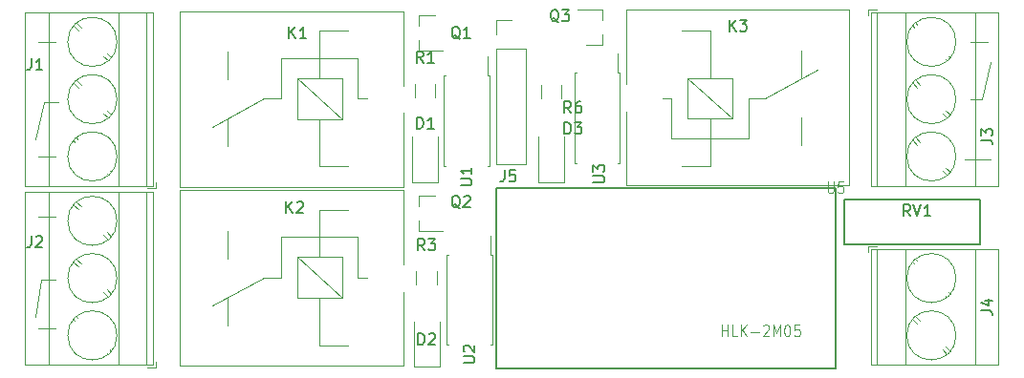
<source format=gbr>
G04 #@! TF.GenerationSoftware,KiCad,Pcbnew,(5.1.2)-2*
G04 #@! TF.CreationDate,2020-09-07T14:07:52+02:00*
G04 #@! TF.ProjectId,KernadouDomoRelay,4b65726e-6164-46f7-9544-6f6d6f52656c,0.1*
G04 #@! TF.SameCoordinates,Original*
G04 #@! TF.FileFunction,Legend,Top*
G04 #@! TF.FilePolarity,Positive*
%FSLAX46Y46*%
G04 Gerber Fmt 4.6, Leading zero omitted, Abs format (unit mm)*
G04 Created by KiCad (PCBNEW (5.1.2)-2) date 2020-09-07 14:07:52*
%MOMM*%
%LPD*%
G04 APERTURE LIST*
%ADD10C,0.120000*%
%ADD11C,0.127000*%
%ADD12C,0.150000*%
%ADD13C,0.050000*%
G04 APERTURE END LIST*
D10*
X22987000Y-43434000D02*
X22225000Y-46736000D01*
X22733000Y-59182000D02*
X22225000Y-62484000D01*
X24003000Y-59182000D02*
X22733000Y-59182000D01*
X22987000Y-43434000D02*
X24257000Y-43434000D01*
X22479000Y-63500000D02*
X24003000Y-63500000D01*
X22479000Y-53594000D02*
X24003000Y-53594000D01*
X22479000Y-48260000D02*
X24003000Y-48260000D01*
X22479000Y-38100000D02*
X24003000Y-38100000D01*
X106045000Y-43180000D02*
X106807000Y-39878000D01*
X105029000Y-43180000D02*
X106045000Y-43180000D01*
X104521000Y-48514000D02*
X106807000Y-48514000D01*
X105029000Y-38100000D02*
X106553000Y-38100000D01*
X72465000Y-38390000D02*
X72465000Y-37460000D01*
X72465000Y-35230000D02*
X72465000Y-36160000D01*
X72465000Y-35230000D02*
X70305000Y-35230000D01*
X72465000Y-38390000D02*
X71005000Y-38390000D01*
X63059000Y-36135000D02*
X64389000Y-36135000D01*
X63059000Y-37465000D02*
X63059000Y-36135000D01*
X63059000Y-38735000D02*
X65719000Y-38735000D01*
X65719000Y-38735000D02*
X65719000Y-48955000D01*
X63059000Y-38735000D02*
X63059000Y-48955000D01*
X63059000Y-48955000D02*
X65719000Y-48955000D01*
X57806000Y-59657064D02*
X57806000Y-58452936D01*
X55986000Y-59657064D02*
X55986000Y-58452936D01*
X74009000Y-48831000D02*
X73859000Y-48831000D01*
X74009000Y-40831000D02*
X74009000Y-48831000D01*
X73859000Y-40831000D02*
X74009000Y-40831000D01*
X70009000Y-40831000D02*
X70159000Y-40831000D01*
X70009000Y-48831000D02*
X70009000Y-40831000D01*
X70159000Y-48831000D02*
X70009000Y-48831000D01*
X73859000Y-40831000D02*
X73859000Y-39131000D01*
X62706000Y-64960000D02*
X62556000Y-64960000D01*
X62706000Y-56960000D02*
X62706000Y-64960000D01*
X62556000Y-56960000D02*
X62706000Y-56960000D01*
X58706000Y-56960000D02*
X58856000Y-56960000D01*
X58706000Y-64960000D02*
X58706000Y-56960000D01*
X58856000Y-64960000D02*
X58706000Y-64960000D01*
X62556000Y-56960000D02*
X62556000Y-55260000D01*
X62452000Y-49085000D02*
X62302000Y-49085000D01*
X62452000Y-41085000D02*
X62452000Y-49085000D01*
X62302000Y-41085000D02*
X62452000Y-41085000D01*
X58452000Y-41085000D02*
X58602000Y-41085000D01*
X58452000Y-49085000D02*
X58452000Y-41085000D01*
X58602000Y-49085000D02*
X58452000Y-49085000D01*
X62302000Y-41085000D02*
X62302000Y-39385000D01*
X58031000Y-66939500D02*
X58031000Y-62879500D01*
X55761000Y-66939500D02*
X58031000Y-66939500D01*
X55761000Y-62879500D02*
X55761000Y-66939500D01*
D11*
X93091000Y-67054000D02*
X93091000Y-51054000D01*
X63091000Y-67054000D02*
X93091000Y-67054000D01*
X63091000Y-51054000D02*
X63091000Y-67054000D01*
X93091000Y-51054000D02*
X63091000Y-51054000D01*
D10*
X69080000Y-50593000D02*
X69080000Y-46533000D01*
X66810000Y-50593000D02*
X69080000Y-50593000D01*
X66810000Y-46533000D02*
X66810000Y-50593000D01*
D12*
X93889000Y-52065000D02*
X93889000Y-56065000D01*
X105889000Y-52065000D02*
X105889000Y-56065000D01*
X93889000Y-52065000D02*
X105889000Y-52065000D01*
X93889000Y-56065000D02*
X105889000Y-56065000D01*
D10*
X68855000Y-43147064D02*
X68855000Y-41942936D01*
X67035000Y-43147064D02*
X67035000Y-41942936D01*
X57679000Y-43020064D02*
X57679000Y-41815936D01*
X55859000Y-43020064D02*
X55859000Y-41815936D01*
X83996000Y-44903000D02*
X79996000Y-44903000D01*
X83996000Y-41303000D02*
X83996000Y-44903000D01*
X79996000Y-41303000D02*
X83996000Y-41303000D01*
X79996000Y-44903000D02*
X79996000Y-41303000D01*
X83996000Y-44903000D02*
X79996000Y-41303000D01*
X81996000Y-44903000D02*
X81996000Y-49103000D01*
X81996000Y-37103000D02*
X81996000Y-41303000D01*
X78596000Y-43103000D02*
X78596000Y-46703000D01*
X85396000Y-43103000D02*
X85396000Y-46703000D01*
X85396000Y-46703000D02*
X78596000Y-46703000D01*
X86896000Y-43103000D02*
X91496000Y-40603000D01*
X85396000Y-43103000D02*
X86896000Y-43103000D01*
X81996000Y-37103000D02*
X79496000Y-37103000D01*
X78596000Y-43103000D02*
X77796000Y-43103000D01*
X79496000Y-49103000D02*
X81996000Y-49103000D01*
X90096000Y-38853000D02*
X90096000Y-41353000D01*
X90096000Y-47253000D02*
X90096000Y-44803000D01*
X94346000Y-50853000D02*
X74546000Y-50853000D01*
X94346000Y-35253000D02*
X94346000Y-50853000D01*
X74546000Y-35253000D02*
X94346000Y-35253000D01*
X74546000Y-35253000D02*
X74546000Y-41853000D01*
X74546000Y-44253000D02*
X74546000Y-50853000D01*
X45417000Y-57205000D02*
X49417000Y-57205000D01*
X45417000Y-60805000D02*
X45417000Y-57205000D01*
X49417000Y-60805000D02*
X45417000Y-60805000D01*
X49417000Y-57205000D02*
X49417000Y-60805000D01*
X45417000Y-57205000D02*
X49417000Y-60805000D01*
X47417000Y-57205000D02*
X47417000Y-53005000D01*
X47417000Y-65005000D02*
X47417000Y-60805000D01*
X50817000Y-59005000D02*
X50817000Y-55405000D01*
X44017000Y-59005000D02*
X44017000Y-55405000D01*
X44017000Y-55405000D02*
X50817000Y-55405000D01*
X42517000Y-59005000D02*
X37917000Y-61505000D01*
X44017000Y-59005000D02*
X42517000Y-59005000D01*
X47417000Y-65005000D02*
X49917000Y-65005000D01*
X50817000Y-59005000D02*
X51617000Y-59005000D01*
X49917000Y-53005000D02*
X47417000Y-53005000D01*
X39317000Y-63255000D02*
X39317000Y-60755000D01*
X39317000Y-54855000D02*
X39317000Y-57305000D01*
X35067000Y-51255000D02*
X54867000Y-51255000D01*
X35067000Y-66855000D02*
X35067000Y-51255000D01*
X54867000Y-66855000D02*
X35067000Y-66855000D01*
X54867000Y-66855000D02*
X54867000Y-60255000D01*
X54867000Y-57855000D02*
X54867000Y-51255000D01*
X96000000Y-35260000D02*
X96000000Y-35760000D01*
X96740000Y-35260000D02*
X96000000Y-35260000D01*
X100608000Y-47002000D02*
X100212000Y-46607000D01*
X103254000Y-49648000D02*
X102874000Y-49268000D01*
X100326000Y-47253000D02*
X99946000Y-46873000D01*
X102988000Y-49914000D02*
X102592000Y-49519000D01*
X100608000Y-41922000D02*
X100212000Y-41527000D01*
X103254000Y-44568000D02*
X102874000Y-44188000D01*
X100326000Y-42173000D02*
X99946000Y-41793000D01*
X102988000Y-44834000D02*
X102592000Y-44439000D01*
X100319000Y-36552000D02*
X100212000Y-36446000D01*
X103254000Y-39488000D02*
X103147000Y-39381000D01*
X100053000Y-36818000D02*
X99946000Y-36712000D01*
X102988000Y-39754000D02*
X102881000Y-39647000D01*
X107560000Y-50860000D02*
X96240000Y-50860000D01*
X107560000Y-35500000D02*
X96240000Y-35500000D01*
X96240000Y-35500000D02*
X96240000Y-50860000D01*
X107560000Y-35500000D02*
X107560000Y-50860000D01*
X105500000Y-35500000D02*
X105500000Y-50860000D01*
X99300000Y-35500000D02*
X99300000Y-50860000D01*
X96800000Y-35500000D02*
X96800000Y-50860000D01*
X103780000Y-48260000D02*
G75*
G03X103780000Y-48260000I-2180000J0D01*
G01*
X103780000Y-43180000D02*
G75*
G03X103780000Y-43180000I-2180000J0D01*
G01*
X103780000Y-38100000D02*
G75*
G03X103780000Y-38100000I-2180000J0D01*
G01*
X96000000Y-56215000D02*
X96000000Y-56715000D01*
X96740000Y-56215000D02*
X96000000Y-56215000D01*
X100608000Y-62877000D02*
X100212000Y-62482000D01*
X103254000Y-65523000D02*
X102874000Y-65143000D01*
X100326000Y-63128000D02*
X99946000Y-62748000D01*
X102988000Y-65789000D02*
X102592000Y-65394000D01*
X100319000Y-57507000D02*
X100212000Y-57401000D01*
X103254000Y-60443000D02*
X103147000Y-60336000D01*
X100053000Y-57773000D02*
X99946000Y-57667000D01*
X102988000Y-60709000D02*
X102881000Y-60602000D01*
X107560000Y-66735000D02*
X96240000Y-66735000D01*
X107560000Y-56455000D02*
X96240000Y-56455000D01*
X96240000Y-56455000D02*
X96240000Y-66735000D01*
X107560000Y-56455000D02*
X107560000Y-66735000D01*
X105500000Y-56455000D02*
X105500000Y-66735000D01*
X99300000Y-56455000D02*
X99300000Y-66735000D01*
X96800000Y-56455000D02*
X96800000Y-66735000D01*
X103780000Y-64135000D02*
G75*
G03X103780000Y-64135000I-2180000J0D01*
G01*
X103780000Y-59055000D02*
G75*
G03X103780000Y-59055000I-2180000J0D01*
G01*
X32905000Y-66975000D02*
X32905000Y-66475000D01*
X32165000Y-66975000D02*
X32905000Y-66975000D01*
X28297000Y-55233000D02*
X28693000Y-55628000D01*
X25651000Y-52587000D02*
X26031000Y-52967000D01*
X28579000Y-54982000D02*
X28959000Y-55362000D01*
X25917000Y-52321000D02*
X26313000Y-52716000D01*
X28297000Y-60313000D02*
X28693000Y-60708000D01*
X25651000Y-57667000D02*
X26031000Y-58047000D01*
X28579000Y-60062000D02*
X28959000Y-60442000D01*
X25917000Y-57401000D02*
X26313000Y-57796000D01*
X28586000Y-65683000D02*
X28693000Y-65789000D01*
X25651000Y-62747000D02*
X25758000Y-62854000D01*
X28852000Y-65417000D02*
X28959000Y-65523000D01*
X25917000Y-62481000D02*
X26024000Y-62588000D01*
X21345000Y-51375000D02*
X32665000Y-51375000D01*
X21345000Y-66735000D02*
X32665000Y-66735000D01*
X32665000Y-66735000D02*
X32665000Y-51375000D01*
X21345000Y-66735000D02*
X21345000Y-51375000D01*
X23405000Y-66735000D02*
X23405000Y-51375000D01*
X29605000Y-66735000D02*
X29605000Y-51375000D01*
X32105000Y-66735000D02*
X32105000Y-51375000D01*
X29485000Y-53975000D02*
G75*
G03X29485000Y-53975000I-2180000J0D01*
G01*
X29485000Y-59055000D02*
G75*
G03X29485000Y-59055000I-2180000J0D01*
G01*
X29485000Y-64135000D02*
G75*
G03X29485000Y-64135000I-2180000J0D01*
G01*
X32905000Y-51100000D02*
X32905000Y-50600000D01*
X32165000Y-51100000D02*
X32905000Y-51100000D01*
X28297000Y-39358000D02*
X28693000Y-39753000D01*
X25651000Y-36712000D02*
X26031000Y-37092000D01*
X28579000Y-39107000D02*
X28959000Y-39487000D01*
X25917000Y-36446000D02*
X26313000Y-36841000D01*
X28297000Y-44438000D02*
X28693000Y-44833000D01*
X25651000Y-41792000D02*
X26031000Y-42172000D01*
X28579000Y-44187000D02*
X28959000Y-44567000D01*
X25917000Y-41526000D02*
X26313000Y-41921000D01*
X28586000Y-49808000D02*
X28693000Y-49914000D01*
X25651000Y-46872000D02*
X25758000Y-46979000D01*
X28852000Y-49542000D02*
X28959000Y-49648000D01*
X25917000Y-46606000D02*
X26024000Y-46713000D01*
X21345000Y-35500000D02*
X32665000Y-35500000D01*
X21345000Y-50860000D02*
X32665000Y-50860000D01*
X32665000Y-50860000D02*
X32665000Y-35500000D01*
X21345000Y-50860000D02*
X21345000Y-35500000D01*
X23405000Y-50860000D02*
X23405000Y-35500000D01*
X29605000Y-50860000D02*
X29605000Y-35500000D01*
X32105000Y-50860000D02*
X32105000Y-35500000D01*
X29485000Y-38100000D02*
G75*
G03X29485000Y-38100000I-2180000J0D01*
G01*
X29485000Y-43180000D02*
G75*
G03X29485000Y-43180000I-2180000J0D01*
G01*
X29485000Y-48260000D02*
G75*
G03X29485000Y-48260000I-2180000J0D01*
G01*
X57904000Y-50593000D02*
X57904000Y-46533000D01*
X55634000Y-50593000D02*
X57904000Y-50593000D01*
X55634000Y-46533000D02*
X55634000Y-50593000D01*
X45417000Y-41330000D02*
X49417000Y-41330000D01*
X45417000Y-44930000D02*
X45417000Y-41330000D01*
X49417000Y-44930000D02*
X45417000Y-44930000D01*
X49417000Y-41330000D02*
X49417000Y-44930000D01*
X45417000Y-41330000D02*
X49417000Y-44930000D01*
X47417000Y-41330000D02*
X47417000Y-37130000D01*
X47417000Y-49130000D02*
X47417000Y-44930000D01*
X50817000Y-43130000D02*
X50817000Y-39530000D01*
X44017000Y-43130000D02*
X44017000Y-39530000D01*
X44017000Y-39530000D02*
X50817000Y-39530000D01*
X42517000Y-43130000D02*
X37917000Y-45630000D01*
X44017000Y-43130000D02*
X42517000Y-43130000D01*
X47417000Y-49130000D02*
X49917000Y-49130000D01*
X50817000Y-43130000D02*
X51617000Y-43130000D01*
X49917000Y-37130000D02*
X47417000Y-37130000D01*
X39317000Y-47380000D02*
X39317000Y-44880000D01*
X39317000Y-38980000D02*
X39317000Y-41430000D01*
X35067000Y-35380000D02*
X54867000Y-35380000D01*
X35067000Y-50980000D02*
X35067000Y-35380000D01*
X54867000Y-50980000D02*
X35067000Y-50980000D01*
X54867000Y-50980000D02*
X54867000Y-44380000D01*
X54867000Y-41980000D02*
X54867000Y-35380000D01*
X56195000Y-35730000D02*
X57655000Y-35730000D01*
X56195000Y-38890000D02*
X58355000Y-38890000D01*
X56195000Y-38890000D02*
X56195000Y-37960000D01*
X56195000Y-35730000D02*
X56195000Y-36660000D01*
X56195000Y-51730000D02*
X56195000Y-52660000D01*
X56195000Y-54890000D02*
X56195000Y-53960000D01*
X56195000Y-54890000D02*
X58355000Y-54890000D01*
X56195000Y-51730000D02*
X57655000Y-51730000D01*
D12*
X68609761Y-36357619D02*
X68514523Y-36310000D01*
X68419285Y-36214761D01*
X68276428Y-36071904D01*
X68181190Y-36024285D01*
X68085952Y-36024285D01*
X68133571Y-36262380D02*
X68038333Y-36214761D01*
X67943095Y-36119523D01*
X67895476Y-35929047D01*
X67895476Y-35595714D01*
X67943095Y-35405238D01*
X68038333Y-35310000D01*
X68133571Y-35262380D01*
X68324047Y-35262380D01*
X68419285Y-35310000D01*
X68514523Y-35405238D01*
X68562142Y-35595714D01*
X68562142Y-35929047D01*
X68514523Y-36119523D01*
X68419285Y-36214761D01*
X68324047Y-36262380D01*
X68133571Y-36262380D01*
X68895476Y-35262380D02*
X69514523Y-35262380D01*
X69181190Y-35643333D01*
X69324047Y-35643333D01*
X69419285Y-35690952D01*
X69466904Y-35738571D01*
X69514523Y-35833809D01*
X69514523Y-36071904D01*
X69466904Y-36167142D01*
X69419285Y-36214761D01*
X69324047Y-36262380D01*
X69038333Y-36262380D01*
X68943095Y-36214761D01*
X68895476Y-36167142D01*
X63801666Y-49490380D02*
X63801666Y-50204666D01*
X63754047Y-50347523D01*
X63658809Y-50442761D01*
X63515952Y-50490380D01*
X63420714Y-50490380D01*
X64754047Y-49490380D02*
X64277857Y-49490380D01*
X64230238Y-49966571D01*
X64277857Y-49918952D01*
X64373095Y-49871333D01*
X64611190Y-49871333D01*
X64706428Y-49918952D01*
X64754047Y-49966571D01*
X64801666Y-50061809D01*
X64801666Y-50299904D01*
X64754047Y-50395142D01*
X64706428Y-50442761D01*
X64611190Y-50490380D01*
X64373095Y-50490380D01*
X64277857Y-50442761D01*
X64230238Y-50395142D01*
X56729333Y-56589380D02*
X56396000Y-56113190D01*
X56157904Y-56589380D02*
X56157904Y-55589380D01*
X56538857Y-55589380D01*
X56634095Y-55637000D01*
X56681714Y-55684619D01*
X56729333Y-55779857D01*
X56729333Y-55922714D01*
X56681714Y-56017952D01*
X56634095Y-56065571D01*
X56538857Y-56113190D01*
X56157904Y-56113190D01*
X57062666Y-55589380D02*
X57681714Y-55589380D01*
X57348380Y-55970333D01*
X57491238Y-55970333D01*
X57586476Y-56017952D01*
X57634095Y-56065571D01*
X57681714Y-56160809D01*
X57681714Y-56398904D01*
X57634095Y-56494142D01*
X57586476Y-56541761D01*
X57491238Y-56589380D01*
X57205523Y-56589380D01*
X57110285Y-56541761D01*
X57062666Y-56494142D01*
X71657380Y-50571904D02*
X72466904Y-50571904D01*
X72562142Y-50524285D01*
X72609761Y-50476666D01*
X72657380Y-50381428D01*
X72657380Y-50190952D01*
X72609761Y-50095714D01*
X72562142Y-50048095D01*
X72466904Y-50000476D01*
X71657380Y-50000476D01*
X71657380Y-49619523D02*
X71657380Y-49000476D01*
X72038333Y-49333809D01*
X72038333Y-49190952D01*
X72085952Y-49095714D01*
X72133571Y-49048095D01*
X72228809Y-49000476D01*
X72466904Y-49000476D01*
X72562142Y-49048095D01*
X72609761Y-49095714D01*
X72657380Y-49190952D01*
X72657380Y-49476666D01*
X72609761Y-49571904D01*
X72562142Y-49619523D01*
X60157380Y-66571904D02*
X60966904Y-66571904D01*
X61062142Y-66524285D01*
X61109761Y-66476666D01*
X61157380Y-66381428D01*
X61157380Y-66190952D01*
X61109761Y-66095714D01*
X61062142Y-66048095D01*
X60966904Y-66000476D01*
X60157380Y-66000476D01*
X60252619Y-65571904D02*
X60205000Y-65524285D01*
X60157380Y-65429047D01*
X60157380Y-65190952D01*
X60205000Y-65095714D01*
X60252619Y-65048095D01*
X60347857Y-65000476D01*
X60443095Y-65000476D01*
X60585952Y-65048095D01*
X61157380Y-65619523D01*
X61157380Y-65000476D01*
X59907380Y-50821904D02*
X60716904Y-50821904D01*
X60812142Y-50774285D01*
X60859761Y-50726666D01*
X60907380Y-50631428D01*
X60907380Y-50440952D01*
X60859761Y-50345714D01*
X60812142Y-50298095D01*
X60716904Y-50250476D01*
X59907380Y-50250476D01*
X60907380Y-49250476D02*
X60907380Y-49821904D01*
X60907380Y-49536190D02*
X59907380Y-49536190D01*
X60050238Y-49631428D01*
X60145476Y-49726666D01*
X60193095Y-49821904D01*
X56157904Y-64968380D02*
X56157904Y-63968380D01*
X56396000Y-63968380D01*
X56538857Y-64016000D01*
X56634095Y-64111238D01*
X56681714Y-64206476D01*
X56729333Y-64396952D01*
X56729333Y-64539809D01*
X56681714Y-64730285D01*
X56634095Y-64825523D01*
X56538857Y-64920761D01*
X56396000Y-64968380D01*
X56157904Y-64968380D01*
X57110285Y-64063619D02*
X57157904Y-64016000D01*
X57253142Y-63968380D01*
X57491238Y-63968380D01*
X57586476Y-64016000D01*
X57634095Y-64063619D01*
X57681714Y-64158857D01*
X57681714Y-64254095D01*
X57634095Y-64396952D01*
X57062666Y-64968380D01*
X57681714Y-64968380D01*
D13*
X92405285Y-50506380D02*
X92405285Y-51315904D01*
X92448142Y-51411142D01*
X92491000Y-51458761D01*
X92576714Y-51506380D01*
X92748142Y-51506380D01*
X92833857Y-51458761D01*
X92876714Y-51411142D01*
X92919571Y-51315904D01*
X92919571Y-50506380D01*
X93776714Y-50506380D02*
X93348142Y-50506380D01*
X93305285Y-50982571D01*
X93348142Y-50934952D01*
X93433857Y-50887333D01*
X93648142Y-50887333D01*
X93733857Y-50934952D01*
X93776714Y-50982571D01*
X93819571Y-51077809D01*
X93819571Y-51315904D01*
X93776714Y-51411142D01*
X93733857Y-51458761D01*
X93648142Y-51506380D01*
X93433857Y-51506380D01*
X93348142Y-51458761D01*
X93305285Y-51411142D01*
X83058428Y-64206380D02*
X83058428Y-63206380D01*
X83058428Y-63682571D02*
X83572714Y-63682571D01*
X83572714Y-64206380D02*
X83572714Y-63206380D01*
X84429857Y-64206380D02*
X84001285Y-64206380D01*
X84001285Y-63206380D01*
X84729857Y-64206380D02*
X84729857Y-63206380D01*
X85244142Y-64206380D02*
X84858428Y-63634952D01*
X85244142Y-63206380D02*
X84729857Y-63777809D01*
X85629857Y-63825428D02*
X86315571Y-63825428D01*
X86701285Y-63301619D02*
X86744142Y-63254000D01*
X86829857Y-63206380D01*
X87044142Y-63206380D01*
X87129857Y-63254000D01*
X87172714Y-63301619D01*
X87215571Y-63396857D01*
X87215571Y-63492095D01*
X87172714Y-63634952D01*
X86658428Y-64206380D01*
X87215571Y-64206380D01*
X87601285Y-64206380D02*
X87601285Y-63206380D01*
X87901285Y-63920666D01*
X88201285Y-63206380D01*
X88201285Y-64206380D01*
X88801285Y-63206380D02*
X88887000Y-63206380D01*
X88972714Y-63254000D01*
X89015571Y-63301619D01*
X89058428Y-63396857D01*
X89101285Y-63587333D01*
X89101285Y-63825428D01*
X89058428Y-64015904D01*
X89015571Y-64111142D01*
X88972714Y-64158761D01*
X88887000Y-64206380D01*
X88801285Y-64206380D01*
X88715571Y-64158761D01*
X88672714Y-64111142D01*
X88629857Y-64015904D01*
X88587000Y-63825428D01*
X88587000Y-63587333D01*
X88629857Y-63396857D01*
X88672714Y-63301619D01*
X88715571Y-63254000D01*
X88801285Y-63206380D01*
X89915571Y-63206380D02*
X89487000Y-63206380D01*
X89444142Y-63682571D01*
X89487000Y-63634952D01*
X89572714Y-63587333D01*
X89787000Y-63587333D01*
X89872714Y-63634952D01*
X89915571Y-63682571D01*
X89958428Y-63777809D01*
X89958428Y-64015904D01*
X89915571Y-64111142D01*
X89872714Y-64158761D01*
X89787000Y-64206380D01*
X89572714Y-64206380D01*
X89487000Y-64158761D01*
X89444142Y-64111142D01*
D12*
X69111904Y-46262880D02*
X69111904Y-45262880D01*
X69350000Y-45262880D01*
X69492857Y-45310500D01*
X69588095Y-45405738D01*
X69635714Y-45500976D01*
X69683333Y-45691452D01*
X69683333Y-45834309D01*
X69635714Y-46024785D01*
X69588095Y-46120023D01*
X69492857Y-46215261D01*
X69350000Y-46262880D01*
X69111904Y-46262880D01*
X70016666Y-45262880D02*
X70635714Y-45262880D01*
X70302380Y-45643833D01*
X70445238Y-45643833D01*
X70540476Y-45691452D01*
X70588095Y-45739071D01*
X70635714Y-45834309D01*
X70635714Y-46072404D01*
X70588095Y-46167642D01*
X70540476Y-46215261D01*
X70445238Y-46262880D01*
X70159523Y-46262880D01*
X70064285Y-46215261D01*
X70016666Y-46167642D01*
X99734761Y-53538380D02*
X99401428Y-53062190D01*
X99163333Y-53538380D02*
X99163333Y-52538380D01*
X99544285Y-52538380D01*
X99639523Y-52586000D01*
X99687142Y-52633619D01*
X99734761Y-52728857D01*
X99734761Y-52871714D01*
X99687142Y-52966952D01*
X99639523Y-53014571D01*
X99544285Y-53062190D01*
X99163333Y-53062190D01*
X100020476Y-52538380D02*
X100353809Y-53538380D01*
X100687142Y-52538380D01*
X101544285Y-53538380D02*
X100972857Y-53538380D01*
X101258571Y-53538380D02*
X101258571Y-52538380D01*
X101163333Y-52681238D01*
X101068095Y-52776476D01*
X100972857Y-52824095D01*
X69683333Y-44397380D02*
X69350000Y-43921190D01*
X69111904Y-44397380D02*
X69111904Y-43397380D01*
X69492857Y-43397380D01*
X69588095Y-43445000D01*
X69635714Y-43492619D01*
X69683333Y-43587857D01*
X69683333Y-43730714D01*
X69635714Y-43825952D01*
X69588095Y-43873571D01*
X69492857Y-43921190D01*
X69111904Y-43921190D01*
X70540476Y-43397380D02*
X70350000Y-43397380D01*
X70254761Y-43445000D01*
X70207142Y-43492619D01*
X70111904Y-43635476D01*
X70064285Y-43825952D01*
X70064285Y-44206904D01*
X70111904Y-44302142D01*
X70159523Y-44349761D01*
X70254761Y-44397380D01*
X70445238Y-44397380D01*
X70540476Y-44349761D01*
X70588095Y-44302142D01*
X70635714Y-44206904D01*
X70635714Y-43968809D01*
X70588095Y-43873571D01*
X70540476Y-43825952D01*
X70445238Y-43778333D01*
X70254761Y-43778333D01*
X70159523Y-43825952D01*
X70111904Y-43873571D01*
X70064285Y-43968809D01*
X56602333Y-39946380D02*
X56269000Y-39470190D01*
X56030904Y-39946380D02*
X56030904Y-38946380D01*
X56411857Y-38946380D01*
X56507095Y-38994000D01*
X56554714Y-39041619D01*
X56602333Y-39136857D01*
X56602333Y-39279714D01*
X56554714Y-39374952D01*
X56507095Y-39422571D01*
X56411857Y-39470190D01*
X56030904Y-39470190D01*
X57554714Y-39946380D02*
X56983285Y-39946380D01*
X57269000Y-39946380D02*
X57269000Y-38946380D01*
X57173761Y-39089238D01*
X57078523Y-39184476D01*
X56983285Y-39232095D01*
X83716904Y-37155380D02*
X83716904Y-36155380D01*
X84288333Y-37155380D02*
X83859761Y-36583952D01*
X84288333Y-36155380D02*
X83716904Y-36726809D01*
X84621666Y-36155380D02*
X85240714Y-36155380D01*
X84907380Y-36536333D01*
X85050238Y-36536333D01*
X85145476Y-36583952D01*
X85193095Y-36631571D01*
X85240714Y-36726809D01*
X85240714Y-36964904D01*
X85193095Y-37060142D01*
X85145476Y-37107761D01*
X85050238Y-37155380D01*
X84764523Y-37155380D01*
X84669285Y-37107761D01*
X84621666Y-37060142D01*
X44473904Y-53284380D02*
X44473904Y-52284380D01*
X45045333Y-53284380D02*
X44616761Y-52712952D01*
X45045333Y-52284380D02*
X44473904Y-52855809D01*
X45426285Y-52379619D02*
X45473904Y-52332000D01*
X45569142Y-52284380D01*
X45807238Y-52284380D01*
X45902476Y-52332000D01*
X45950095Y-52379619D01*
X45997714Y-52474857D01*
X45997714Y-52570095D01*
X45950095Y-52712952D01*
X45378666Y-53284380D01*
X45997714Y-53284380D01*
X106005380Y-46815333D02*
X106719666Y-46815333D01*
X106862523Y-46862952D01*
X106957761Y-46958190D01*
X107005380Y-47101047D01*
X107005380Y-47196285D01*
X106005380Y-46434380D02*
X106005380Y-45815333D01*
X106386333Y-46148666D01*
X106386333Y-46005809D01*
X106433952Y-45910571D01*
X106481571Y-45862952D01*
X106576809Y-45815333D01*
X106814904Y-45815333D01*
X106910142Y-45862952D01*
X106957761Y-45910571D01*
X107005380Y-46005809D01*
X107005380Y-46291523D01*
X106957761Y-46386761D01*
X106910142Y-46434380D01*
X106005380Y-61928333D02*
X106719666Y-61928333D01*
X106862523Y-61975952D01*
X106957761Y-62071190D01*
X107005380Y-62214047D01*
X107005380Y-62309285D01*
X106338714Y-61023571D02*
X107005380Y-61023571D01*
X105957761Y-61261666D02*
X106672047Y-61499761D01*
X106672047Y-60880714D01*
X21891666Y-55332380D02*
X21891666Y-56046666D01*
X21844047Y-56189523D01*
X21748809Y-56284761D01*
X21605952Y-56332380D01*
X21510714Y-56332380D01*
X22320238Y-55427619D02*
X22367857Y-55380000D01*
X22463095Y-55332380D01*
X22701190Y-55332380D01*
X22796428Y-55380000D01*
X22844047Y-55427619D01*
X22891666Y-55522857D01*
X22891666Y-55618095D01*
X22844047Y-55760952D01*
X22272619Y-56332380D01*
X22891666Y-56332380D01*
X21891666Y-39584380D02*
X21891666Y-40298666D01*
X21844047Y-40441523D01*
X21748809Y-40536761D01*
X21605952Y-40584380D01*
X21510714Y-40584380D01*
X22891666Y-40584380D02*
X22320238Y-40584380D01*
X22605952Y-40584380D02*
X22605952Y-39584380D01*
X22510714Y-39727238D01*
X22415476Y-39822476D01*
X22320238Y-39870095D01*
X56030904Y-45791380D02*
X56030904Y-44791380D01*
X56269000Y-44791380D01*
X56411857Y-44839000D01*
X56507095Y-44934238D01*
X56554714Y-45029476D01*
X56602333Y-45219952D01*
X56602333Y-45362809D01*
X56554714Y-45553285D01*
X56507095Y-45648523D01*
X56411857Y-45743761D01*
X56269000Y-45791380D01*
X56030904Y-45791380D01*
X57554714Y-45791380D02*
X56983285Y-45791380D01*
X57269000Y-45791380D02*
X57269000Y-44791380D01*
X57173761Y-44934238D01*
X57078523Y-45029476D01*
X56983285Y-45077095D01*
X44727904Y-37790380D02*
X44727904Y-36790380D01*
X45299333Y-37790380D02*
X44870761Y-37218952D01*
X45299333Y-36790380D02*
X44727904Y-37361809D01*
X46251714Y-37790380D02*
X45680285Y-37790380D01*
X45966000Y-37790380D02*
X45966000Y-36790380D01*
X45870761Y-36933238D01*
X45775523Y-37028476D01*
X45680285Y-37076095D01*
X59859761Y-37857619D02*
X59764523Y-37810000D01*
X59669285Y-37714761D01*
X59526428Y-37571904D01*
X59431190Y-37524285D01*
X59335952Y-37524285D01*
X59383571Y-37762380D02*
X59288333Y-37714761D01*
X59193095Y-37619523D01*
X59145476Y-37429047D01*
X59145476Y-37095714D01*
X59193095Y-36905238D01*
X59288333Y-36810000D01*
X59383571Y-36762380D01*
X59574047Y-36762380D01*
X59669285Y-36810000D01*
X59764523Y-36905238D01*
X59812142Y-37095714D01*
X59812142Y-37429047D01*
X59764523Y-37619523D01*
X59669285Y-37714761D01*
X59574047Y-37762380D01*
X59383571Y-37762380D01*
X60764523Y-37762380D02*
X60193095Y-37762380D01*
X60478809Y-37762380D02*
X60478809Y-36762380D01*
X60383571Y-36905238D01*
X60288333Y-37000476D01*
X60193095Y-37048095D01*
X59859761Y-52857619D02*
X59764523Y-52810000D01*
X59669285Y-52714761D01*
X59526428Y-52571904D01*
X59431190Y-52524285D01*
X59335952Y-52524285D01*
X59383571Y-52762380D02*
X59288333Y-52714761D01*
X59193095Y-52619523D01*
X59145476Y-52429047D01*
X59145476Y-52095714D01*
X59193095Y-51905238D01*
X59288333Y-51810000D01*
X59383571Y-51762380D01*
X59574047Y-51762380D01*
X59669285Y-51810000D01*
X59764523Y-51905238D01*
X59812142Y-52095714D01*
X59812142Y-52429047D01*
X59764523Y-52619523D01*
X59669285Y-52714761D01*
X59574047Y-52762380D01*
X59383571Y-52762380D01*
X60193095Y-51857619D02*
X60240714Y-51810000D01*
X60335952Y-51762380D01*
X60574047Y-51762380D01*
X60669285Y-51810000D01*
X60716904Y-51857619D01*
X60764523Y-51952857D01*
X60764523Y-52048095D01*
X60716904Y-52190952D01*
X60145476Y-52762380D01*
X60764523Y-52762380D01*
M02*

</source>
